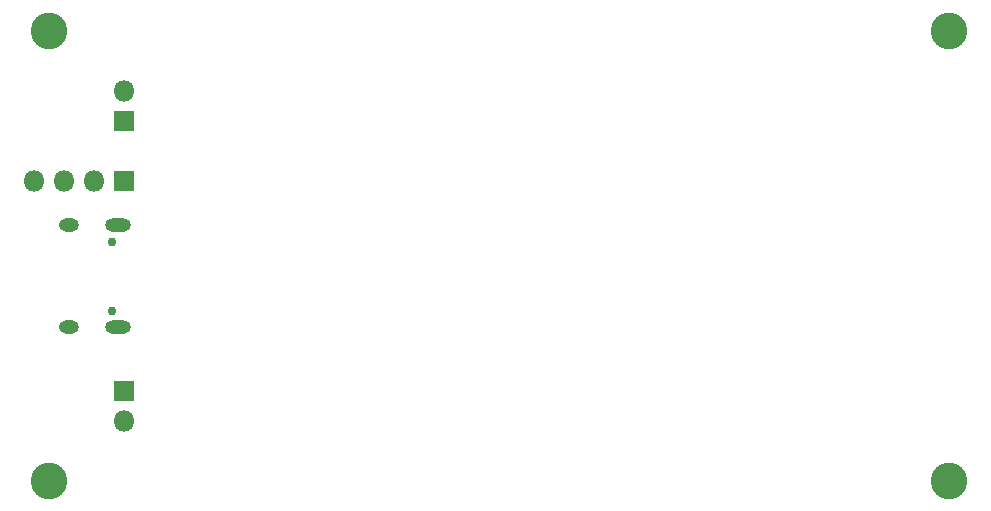
<source format=gbr>
G04 #@! TF.GenerationSoftware,KiCad,Pcbnew,(5.1.5)-3*
G04 #@! TF.CreationDate,2020-04-19T20:17:09-05:00*
G04 #@! TF.ProjectId,Activity_1,41637469-7669-4747-995f-312e6b696361,rev?*
G04 #@! TF.SameCoordinates,Original*
G04 #@! TF.FileFunction,Soldermask,Bot*
G04 #@! TF.FilePolarity,Negative*
%FSLAX46Y46*%
G04 Gerber Fmt 4.6, Leading zero omitted, Abs format (unit mm)*
G04 Created by KiCad (PCBNEW (5.1.5)-3) date 2020-04-19 20:17:09*
%MOMM*%
%LPD*%
G04 APERTURE LIST*
%ADD10C,0.751600*%
%ADD11O,1.701600X1.101600*%
%ADD12O,2.201600X1.101600*%
%ADD13O,1.801600X1.801600*%
%ADD14R,1.801600X1.801600*%
%ADD15C,3.101600*%
G04 APERTURE END LIST*
D10*
X155175000Y-110640000D03*
D11*
X151525000Y-109210000D03*
X151525000Y-117850000D03*
D12*
X155675000Y-117850000D03*
X155675000Y-109210000D03*
D10*
X155175000Y-116420000D03*
D13*
X156210000Y-125730000D03*
D14*
X156210000Y-123190000D03*
D13*
X156210000Y-97790000D03*
D14*
X156210000Y-100330000D03*
D13*
X148590000Y-105410000D03*
X151130000Y-105410000D03*
X153670000Y-105410000D03*
D14*
X156210000Y-105410000D03*
D15*
X226060000Y-130810000D03*
X149860000Y-130810000D03*
X226060000Y-92710000D03*
X149860000Y-92710000D03*
M02*

</source>
